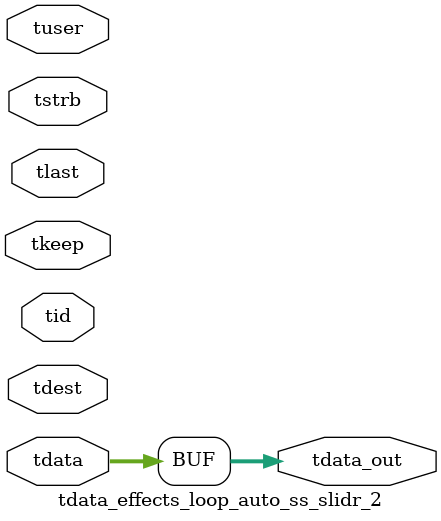
<source format=v>


`timescale 1ps/1ps

module tdata_effects_loop_auto_ss_slidr_2 #
(
parameter C_S_AXIS_TDATA_WIDTH = 32,
parameter C_S_AXIS_TUSER_WIDTH = 0,
parameter C_S_AXIS_TID_WIDTH   = 0,
parameter C_S_AXIS_TDEST_WIDTH = 0,
parameter C_M_AXIS_TDATA_WIDTH = 32
)
(
input  [(C_S_AXIS_TDATA_WIDTH == 0 ? 1 : C_S_AXIS_TDATA_WIDTH)-1:0     ] tdata,
input  [(C_S_AXIS_TUSER_WIDTH == 0 ? 1 : C_S_AXIS_TUSER_WIDTH)-1:0     ] tuser,
input  [(C_S_AXIS_TID_WIDTH   == 0 ? 1 : C_S_AXIS_TID_WIDTH)-1:0       ] tid,
input  [(C_S_AXIS_TDEST_WIDTH == 0 ? 1 : C_S_AXIS_TDEST_WIDTH)-1:0     ] tdest,
input  [(C_S_AXIS_TDATA_WIDTH/8)-1:0 ] tkeep,
input  [(C_S_AXIS_TDATA_WIDTH/8)-1:0 ] tstrb,
input                                                                    tlast,
output [C_M_AXIS_TDATA_WIDTH-1:0] tdata_out
);

assign tdata_out = {tdata[63:0]};

endmodule


</source>
